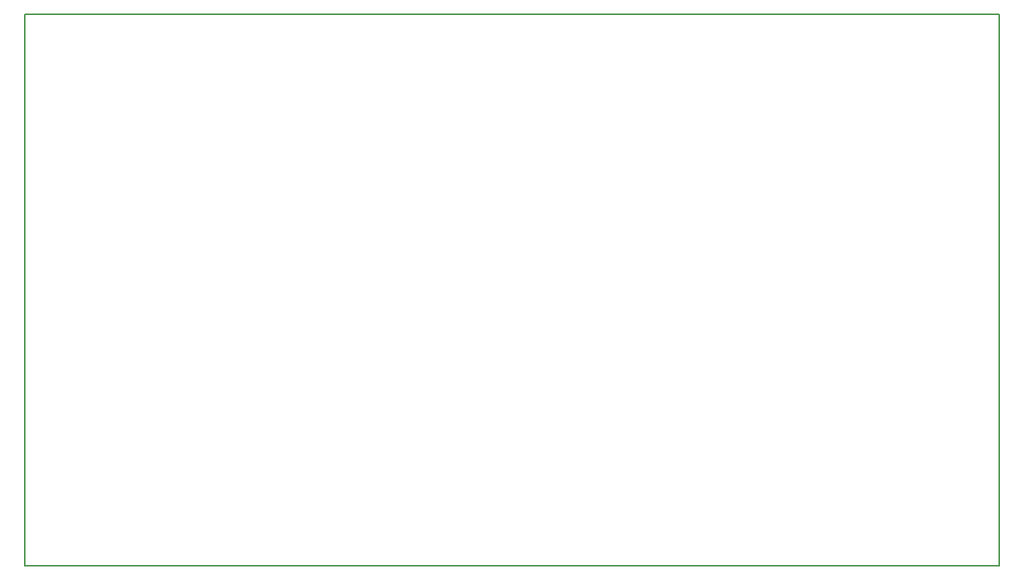
<source format=gm1>
%TF.GenerationSoftware,KiCad,Pcbnew,4.0.6*%
%TF.CreationDate,2018-03-29T20:35:19+02:00*%
%TF.ProjectId,808,3830382E6B696361645F706362000000,rev?*%
%TF.FileFunction,Profile,NP*%
%FSLAX46Y46*%
G04 Gerber Fmt 4.6, Leading zero omitted, Abs format (unit mm)*
G04 Created by KiCad (PCBNEW 4.0.6) date 2018 March 29, Thursday 20:35:19*
%MOMM*%
%LPD*%
G01*
G04 APERTURE LIST*
%ADD10C,0.100000*%
%ADD11C,0.150000*%
G04 APERTURE END LIST*
D10*
D11*
X45085000Y-142240000D02*
X45720000Y-142240000D01*
X45085000Y-80010000D02*
X45085000Y-142240000D01*
X154940000Y-80010000D02*
X45085000Y-80010000D01*
X154940000Y-142240000D02*
X154940000Y-80010000D01*
X45720000Y-142240000D02*
X154940000Y-142240000D01*
M02*

</source>
